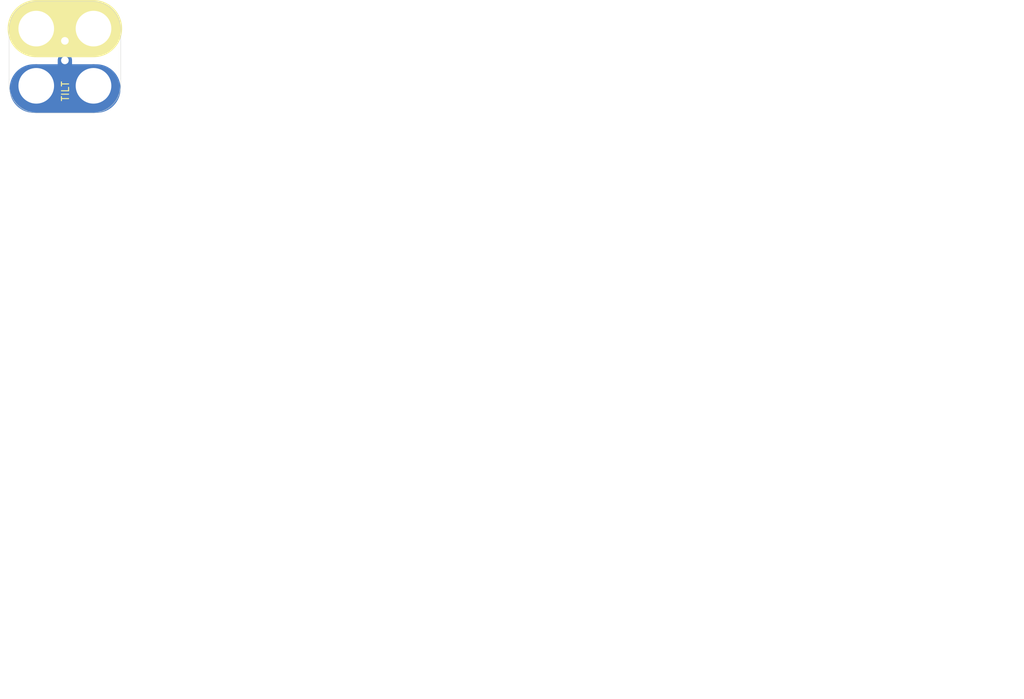
<source format=kicad_pcb>
(kicad_pcb (version 4) (host pcbnew 4.0.5-e0-6337~49~ubuntu16.04.1)

  (general
    (links 2)
    (no_connects 2)
    (area 0 0 0 0)
    (thickness 1.6)
    (drawings 1)
    (tracks 0)
    (zones 0)
    (modules 1)
    (nets 3)
  )

  (page USLetter)
  (title_block
    (title "2x2 Tilt Switch TH")
    (date "17 Mar 2017")
    (rev 1.0)
    (company "All rights reserved.")
    (comment 1 help@browndoggadgets.com)
    (comment 2 http://browndoggadgets.com/)
    (comment 3 "Brown Dog Gadgets")
  )

  (layers
    (0 F.Cu signal)
    (31 B.Cu signal)
    (34 B.Paste user)
    (35 F.Paste user)
    (36 B.SilkS user)
    (37 F.SilkS user)
    (38 B.Mask user)
    (39 F.Mask user)
    (40 Dwgs.User user)
    (44 Edge.Cuts user)
    (46 B.CrtYd user)
    (47 F.CrtYd user)
    (48 B.Fab user)
    (49 F.Fab user)
  )

  (setup
    (last_trace_width 0.254)
    (user_trace_width 0.1524)
    (user_trace_width 0.254)
    (user_trace_width 0.3302)
    (user_trace_width 0.508)
    (user_trace_width 0.762)
    (user_trace_width 1.27)
    (trace_clearance 0.254)
    (zone_clearance 0.508)
    (zone_45_only no)
    (trace_min 0.1524)
    (segment_width 0.1524)
    (edge_width 0.1524)
    (via_size 0.6858)
    (via_drill 0.3302)
    (via_min_size 0.6858)
    (via_min_drill 0.3302)
    (user_via 0.6858 0.3302)
    (user_via 0.762 0.4064)
    (user_via 0.8636 0.508)
    (uvia_size 0.6858)
    (uvia_drill 0.3302)
    (uvias_allowed no)
    (uvia_min_size 0)
    (uvia_min_drill 0)
    (pcb_text_width 0.1524)
    (pcb_text_size 1.016 1.016)
    (mod_edge_width 0.1524)
    (mod_text_size 1.016 1.016)
    (mod_text_width 0.1524)
    (pad_size 1.524 1.524)
    (pad_drill 0.762)
    (pad_to_mask_clearance 0.0762)
    (solder_mask_min_width 0.1016)
    (pad_to_paste_clearance -0.0762)
    (aux_axis_origin 0 0)
    (visible_elements FFFEDF7D)
    (pcbplotparams
      (layerselection 0x310fc_80000001)
      (usegerberextensions true)
      (excludeedgelayer true)
      (linewidth 0.100000)
      (plotframeref false)
      (viasonmask false)
      (mode 1)
      (useauxorigin false)
      (hpglpennumber 1)
      (hpglpenspeed 20)
      (hpglpendiameter 15)
      (hpglpenoverlay 2)
      (psnegative false)
      (psa4output false)
      (plotreference true)
      (plotvalue true)
      (plotinvisibletext false)
      (padsonsilk false)
      (subtractmaskfromsilk false)
      (outputformat 1)
      (mirror false)
      (drillshape 0)
      (scaleselection 1)
      (outputdirectory gerbers))
  )

  (net 0 "")
  (net 1 /1)
  (net 2 /2)

  (net_class Default "This is the default net class."
    (clearance 0.254)
    (trace_width 0.254)
    (via_dia 0.6858)
    (via_drill 0.3302)
    (uvia_dia 0.6858)
    (uvia_drill 0.3302)
    (add_net /1)
    (add_net /2)
  )

  (module Crazy_Circuits:TILT-SENSOR-TH-2x2 (layer F.Cu) (tedit 58CD78CF) (tstamp 58CDBCD2)
    (at 4.47648 30.01264)
    (descr "LED 5mm round vertical")
    (tags "LED 5mm round vertical")
    (path /58CABBD1)
    (fp_text reference SW1 (at 3.937 -4) (layer F.Fab)
      (effects (font (size 1 1) (thickness 0.15)))
    )
    (fp_text value SW_TILT (at 4 2.5) (layer F.SilkS) hide
      (effects (font (size 1 1) (thickness 0.15)))
    )
    (fp_circle (center 3.966073 -3.4925) (end 5.966073 -1.4925) (layer F.Fab) (width 0.04064))
    (fp_text user TILT (at 4.064 0.762 90) (layer F.SilkS)
      (effects (font (size 1 1) (thickness 0.15)))
    )
    (fp_arc (start 0.195441 -0.199792) (end 0 3.8) (angle 84.2) (layer Edge.Cuts) (width 0.05))
    (fp_line (start 11.8 -8) (end 11.8 0) (layer Edge.Cuts) (width 0.05))
    (fp_line (start 0 -11.8) (end 8 -11.8) (layer Edge.Cuts) (width 0.05))
    (fp_line (start 0 3.8) (end 8 3.8) (layer Edge.Cuts) (width 0.05))
    (fp_line (start -3.8 -8) (end -3.8 0) (layer Edge.Cuts) (width 0.05))
    (fp_arc (start 0.195441 -0.199792) (end 0 3.8) (angle 84.2) (layer F.Fab) (width 0.05))
    (fp_line (start 11.8 -8) (end 11.8 0) (layer F.Fab) (width 0.05))
    (fp_line (start 0 -11.8) (end 8 -11.8) (layer F.Fab) (width 0.05))
    (fp_line (start 0 3.8) (end 8 3.8) (layer F.Fab) (width 0.05))
    (fp_line (start -3.8 -8) (end -3.8 0) (layer F.Fab) (width 0.05))
    (fp_line (start 8.3185 -8.509) (end -0.381 -8.509) (layer B.Cu) (width 6.6))
    (fp_line (start 0 -8) (end 8 -8) (layer F.SilkS) (width 8))
    (fp_line (start 2.5 -6.23) (end 5.5 -6.23) (layer F.SilkS) (width 0.15))
    (fp_line (start 4.0005 1.4605) (end 4.0005 -3.556) (layer B.Cu) (width 2))
    (fp_arc (start 7.800208 -0.195441) (end 11.8 0) (angle 84.2) (layer Edge.Cuts) (width 0.05))
    (fp_arc (start 0.199792 -7.804559) (end -3.8 -8) (angle 84.2) (layer Edge.Cuts) (width 0.05))
    (fp_arc (start 7.804559 -7.800208) (end 8 -11.8) (angle 84.2) (layer Edge.Cuts) (width 0.05))
    (fp_arc (start 7.800208 -0.195441) (end 11.8 0) (angle 84.2) (layer F.Fab) (width 0.05))
    (fp_arc (start 0.199792 -7.804559) (end -3.8 -8) (angle 84.2) (layer F.Fab) (width 0.05))
    (fp_arc (start 7.804559 -7.800208) (end 8 -11.8) (angle 84.2) (layer F.Fab) (width 0.05))
    (fp_line (start 4.0005 1.4605) (end 4.0005 -3.556) (layer B.Mask) (width 2))
    (fp_line (start 8.3185 -8.509) (end -0.381 -8.509) (layer B.Mask) (width 6.6))
    (fp_line (start 8.382 0.381) (end -0.3175 0.381) (layer B.Cu) (width 6.8))
    (fp_line (start 8.382 0.381) (end -0.3175 0.381) (layer B.Mask) (width 6.8))
    (pad - thru_hole circle (at 4 -6.2865) (size 1.778 1.778) (drill 1.0668) (layers *.Cu *.Mask))
    (pad + thru_hole circle (at 4.0005 -3.556 270) (size 1.778 1.778) (drill 1.0668) (layers *.Cu *.Mask))
    (pad 1 thru_hole circle (at 0 0) (size 6 6) (drill 4.98) (layers *.Cu)
      (net 1 /1))
    (pad 2 thru_hole circle (at 0 -8) (size 6 6) (drill 4.98) (layers *.Cu)
      (net 2 /2))
    (pad 2 thru_hole circle (at 8 -8) (size 6 6) (drill 4.98) (layers *.Cu)
      (net 2 /2))
    (pad 1 thru_hole circle (at 8 0) (size 6 6) (drill 4.98) (layers *.Cu)
      (net 1 /1))
  )

  (gr_text "FABRICATION NOTES\n\n1. THIS IS A 2 LAYER BOARD. \n2. EXTERNAL LAYERS SHALL HAVE 1 OZ COPPER.\n3. MATERIAL: FR4 AND 0.062 INCH +/- 10% THICK.\n4. BOARDS SHALL BE ROHS COMPLIANT. \n5. MANUFACTURE IN ACCORDANCE WITH IPC-6012 CLASS 2\n6. MASK: BOTH SIDES OF THE BOARD SHALL HAVE \n   SOLDER MASK (RED) OVER BARE COPPER. \n7. SILK: BOTH SIDES OF THE BOARD SHALL HAVE \n   WHITE SILKSCREEN. DO NOT PLACE SILK OVER BARE COPPER.\n8. FINISH: ENIG.\n9. MINIMUM TRACE WIDTH - 0.006 INCH.\n   MINIMUM SPACE - 0.006 INCH.\n   MINIMUM HOLE DIA - 0.013 INCH. \n10. MAX HOLE PLACEMENT TOLERANCE OF +/- 0.003 INCH.\n11. MAX HOLE DIAMETER TOLERANCE OF +/- 0.003 INCH AFTER PLATING." (at -0.58928 81.10728) (layer Dwgs.User)
    (effects (font (size 2.54 2.54) (thickness 0.254)) (justify left))
  )

)

</source>
